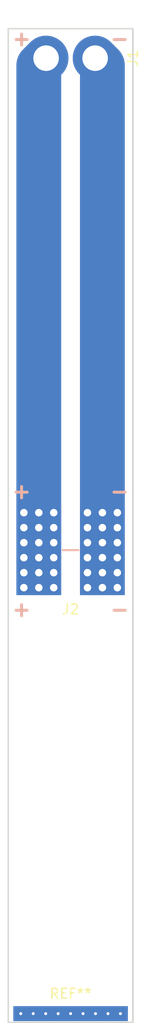
<source format=kicad_pcb>
(kicad_pcb (version 4) (host pcbnew 4.0.7)

  (general
    (links 36)
    (no_connects 0)
    (area 0 0 0 0)
    (thickness 1.6)
    (drawings 23)
    (tracks 136)
    (zones 0)
    (modules 3)
    (nets 3)
  )

  (page A4)
  (layers
    (0 F.Cu signal)
    (31 B.Cu signal)
    (32 B.Adhes user)
    (33 F.Adhes user)
    (34 B.Paste user)
    (35 F.Paste user)
    (36 B.SilkS user)
    (37 F.SilkS user)
    (38 B.Mask user)
    (39 F.Mask user)
    (40 Dwgs.User user)
    (41 Cmts.User user)
    (42 Eco1.User user)
    (43 Eco2.User user)
    (44 Edge.Cuts user)
    (45 Margin user)
    (46 B.CrtYd user)
    (47 F.CrtYd user)
    (48 B.Fab user)
    (49 F.Fab user)
  )

  (setup
    (last_trace_width 4.572)
    (user_trace_width 1.524)
    (user_trace_width 4.572)
    (trace_clearance 0.2)
    (zone_clearance 0.508)
    (zone_45_only no)
    (trace_min 0.2)
    (segment_width 0.2)
    (edge_width 0.15)
    (via_size 0.6)
    (via_drill 0.3)
    (via_min_size 0.4)
    (via_min_drill 0.3)
    (uvia_size 0.3)
    (uvia_drill 0.1)
    (uvias_allowed no)
    (uvia_min_size 0.2)
    (uvia_min_drill 0.1)
    (pcb_text_width 0.3)
    (pcb_text_size 1.5 1.5)
    (mod_edge_width 0.15)
    (mod_text_size 1 1)
    (mod_text_width 0.15)
    (pad_size 1.524 1.524)
    (pad_drill 0.3)
    (pad_to_mask_clearance 0.2)
    (aux_axis_origin 0 0)
    (grid_origin 100 100)
    (visible_elements FFFFFF7F)
    (pcbplotparams
      (layerselection 0x00030_80000001)
      (usegerberextensions false)
      (excludeedgelayer true)
      (linewidth 0.100000)
      (plotframeref false)
      (viasonmask false)
      (mode 1)
      (useauxorigin false)
      (hpglpennumber 1)
      (hpglpenspeed 20)
      (hpglpendiameter 15)
      (hpglpenoverlay 2)
      (psnegative false)
      (psa4output false)
      (plotreference true)
      (plotvalue true)
      (plotinvisibletext false)
      (padsonsilk false)
      (subtractmaskfromsilk false)
      (outputformat 1)
      (mirror false)
      (drillshape 1)
      (scaleselection 1)
      (outputdirectory ""))
  )

  (net 0 "")
  (net 1 GND)
  (net 2 +BATT)

  (net_class Default "This is the default net class."
    (clearance 0.2)
    (trace_width 0.25)
    (via_dia 0.6)
    (via_drill 0.3)
    (uvia_dia 0.3)
    (uvia_drill 0.1)
    (add_net +BATT)
    (add_net GND)
  )

  (module CanSat:TX30_vertical (layer F.Cu) (tedit 5AEB08BC) (tstamp 5B0677E2)
    (at 100 50 90)
    (path /5B06776B)
    (fp_text reference J1 (at 0 6.35 90) (layer F.SilkS)
      (effects (font (size 1 1) (thickness 0.15)))
    )
    (fp_text value Main_connector (at 0 -6.35 90) (layer F.Fab)
      (effects (font (size 1 1) (thickness 0.15)))
    )
    (pad 2 thru_hole circle (at 0 2.5 90) (size 4 4) (drill 2.6) (layers *.Cu *.Mask)
      (net 1 GND))
    (pad 1 thru_hole circle (at 0 -2.5 90) (size 4 4) (drill 2.6) (layers *.Cu *.Mask)
      (net 2 +BATT))
  )

  (module CanSat:battery (layer F.Cu) (tedit 5B0681F9) (tstamp 5B06780A)
    (at 100 100)
    (path /5B066E32)
    (fp_text reference J2 (at 0 6) (layer F.SilkS)
      (effects (font (size 1 1) (thickness 0.15)))
    )
    (fp_text value Battery_connector (at 0 -6.25) (layer F.Fab)
      (effects (font (size 1 1) (thickness 0.15)))
    )
    (pad 2 thru_hole rect (at 4.766 -3.81) (size 1.524 1.524) (drill 0.762) (layers *.Cu *.Mask)
      (net 1 GND))
    (pad 2 thru_hole rect (at 4.766 -2.286) (size 1.524 1.524) (drill 0.762) (layers *.Cu *.Mask)
      (net 1 GND))
    (pad 2 thru_hole rect (at 4.766 -0.762) (size 1.524 1.524) (drill 0.762) (layers *.Cu *.Mask)
      (net 1 GND))
    (pad 2 thru_hole rect (at 4.766 3.81) (size 1.524 1.524) (drill 0.762) (layers *.Cu *.Mask)
      (net 1 GND))
    (pad 2 thru_hole rect (at 4.766 2.286) (size 1.524 1.524) (drill 0.762) (layers *.Cu *.Mask)
      (net 1 GND))
    (pad 2 thru_hole rect (at 4.766 0.762) (size 1.524 1.524) (drill 0.762) (layers *.Cu *.Mask)
      (net 1 GND))
    (pad 2 thru_hole rect (at 3.242 0.762) (size 1.524 1.524) (drill 0.762) (layers *.Cu *.Mask)
      (net 1 GND))
    (pad 2 thru_hole rect (at 3.242 2.286) (size 1.524 1.524) (drill 0.762) (layers *.Cu *.Mask)
      (net 1 GND))
    (pad 2 thru_hole rect (at 3.242 3.81) (size 1.524 1.524) (drill 0.762) (layers *.Cu *.Mask)
      (net 1 GND))
    (pad 2 thru_hole rect (at 3.242 -0.762) (size 1.524 1.524) (drill 0.762) (layers *.Cu *.Mask)
      (net 1 GND))
    (pad 2 thru_hole rect (at 3.242 -2.286) (size 1.524 1.524) (drill 0.762) (layers *.Cu *.Mask)
      (net 1 GND))
    (pad 2 thru_hole rect (at 3.242 -3.81) (size 1.524 1.524) (drill 0.762) (layers *.Cu *.Mask)
      (net 1 GND))
    (pad 1 thru_hole rect (at -1.718 -0.762) (size 1.524 1.524) (drill 0.762) (layers *.Cu *.Mask)
      (net 2 +BATT))
    (pad 1 thru_hole rect (at -1.718 -2.286) (size 1.524 1.524) (drill 0.762) (layers *.Cu *.Mask)
      (net 2 +BATT))
    (pad 1 thru_hole rect (at -1.718 -3.81) (size 1.524 1.524) (drill 0.762) (layers *.Cu *.Mask)
      (net 2 +BATT))
    (pad 1 thru_hole rect (at -3.242 -3.81) (size 1.524 1.524) (drill 0.762) (layers *.Cu *.Mask)
      (net 2 +BATT))
    (pad 1 thru_hole rect (at -3.242 -2.286) (size 1.524 1.524) (drill 0.762) (layers *.Cu *.Mask)
      (net 2 +BATT))
    (pad 1 thru_hole rect (at -3.242 -0.762) (size 1.524 1.524) (drill 0.762) (layers *.Cu *.Mask)
      (net 2 +BATT))
    (pad 1 thru_hole rect (at -4.766 -0.762) (size 1.524 1.524) (drill 0.762) (layers *.Cu *.Mask)
      (net 2 +BATT))
    (pad 1 thru_hole rect (at -4.766 -2.286) (size 1.524 1.524) (drill 0.762) (layers *.Cu *.Mask)
      (net 2 +BATT))
    (pad 1 thru_hole rect (at -4.766 -3.81) (size 1.524 1.524) (drill 0.762) (layers *.Cu *.Mask)
      (net 2 +BATT))
    (pad 1 thru_hole rect (at -4.766 0.762) (size 1.524 1.524) (drill 0.762) (layers *.Cu *.Mask)
      (net 2 +BATT))
    (pad 1 thru_hole rect (at -4.766 2.286) (size 1.524 1.524) (drill 0.762) (layers *.Cu *.Mask)
      (net 2 +BATT))
    (pad 1 thru_hole rect (at -4.766 3.81) (size 1.524 1.524) (drill 0.762) (layers *.Cu *.Mask)
      (net 2 +BATT))
    (pad 1 thru_hole rect (at -3.242 3.81) (size 1.524 1.524) (drill 0.762) (layers *.Cu *.Mask)
      (net 2 +BATT))
    (pad 1 thru_hole rect (at -3.242 2.286) (size 1.524 1.524) (drill 0.762) (layers *.Cu *.Mask)
      (net 2 +BATT))
    (pad 1 thru_hole rect (at -3.242 0.762) (size 1.524 1.524) (drill 0.762) (layers *.Cu *.Mask)
      (net 2 +BATT))
    (pad 2 thru_hole rect (at 1.718 -3.81) (size 1.524 1.524) (drill 0.762) (layers *.Cu *.Mask)
      (net 1 GND))
    (pad 2 thru_hole rect (at 1.718 -2.286) (size 1.524 1.524) (drill 0.762) (layers *.Cu *.Mask)
      (net 1 GND))
    (pad 2 thru_hole rect (at 1.718 -0.762) (size 1.524 1.524) (drill 0.762) (layers *.Cu *.Mask)
      (net 1 GND))
    (pad 2 thru_hole rect (at 1.718 3.81) (size 1.524 1.524) (drill 0.762) (layers *.Cu *.Mask)
      (net 1 GND))
    (pad 2 thru_hole rect (at 1.718 2.286) (size 1.524 1.524) (drill 0.762) (layers *.Cu *.Mask)
      (net 1 GND))
    (pad 1 thru_hole rect (at -1.718 0.762) (size 1.524 1.524) (drill 0.762) (layers *.Cu *.Mask)
      (net 2 +BATT))
    (pad 1 thru_hole rect (at -1.718 2.286) (size 1.524 1.524) (drill 0.762) (layers *.Cu *.Mask)
      (net 2 +BATT))
    (pad 1 thru_hole rect (at -1.718 3.81) (size 1.524 1.524) (drill 0.762) (layers *.Cu *.Mask)
      (net 2 +BATT))
    (pad 2 thru_hole rect (at 1.718 0.762) (size 1.524 1.524) (drill 0.762) (layers *.Cu *.Mask)
      (net 1 GND))
  )

  (module CanSat:batt_pcb_axel (layer F.Cu) (tedit 5B067627) (tstamp 5B068385)
    (at 100 147.1)
    (fp_text reference REF** (at 0 -2.032) (layer F.SilkS)
      (effects (font (size 1 1) (thickness 0.15)))
    )
    (fp_text value batt_pcb_axel (at 0 -3.81) (layer F.Fab)
      (effects (font (size 1 1) (thickness 0.15)))
    )
    (pad "" thru_hole rect (at -5.08 0) (size 1.524 1.524) (drill 0.3) (layers *.Cu *.Mask))
    (pad "" thru_hole rect (at -2.54 0) (size 1.524 1.524) (drill 0.3) (layers *.Cu *.Mask))
    (pad "" thru_hole rect (at -3.81 0) (size 1.524 1.524) (drill 0.3) (layers *.Cu *.Mask))
    (pad "" thru_hole rect (at -1.27 0) (size 1.524 1.524) (drill 0.3) (layers *.Cu *.Mask))
    (pad "" thru_hole rect (at 5.08 0) (size 1.524 1.524) (drill 0.3) (layers *.Cu *.Mask))
    (pad "" thru_hole rect (at 2.54 0) (size 1.524 1.524) (drill 0.3) (layers *.Cu *.Mask))
    (pad "" thru_hole rect (at 3.81 0) (size 1.524 1.524) (drill 0.3) (layers *.Cu *.Mask))
    (pad "" thru_hole rect (at 1.27 0) (size 1.524 1.524) (drill 0.3) (layers *.Cu *.Mask))
    (pad "" thru_hole rect (at 0 0) (size 1.524 1.524) (drill 0.3) (layers *.Cu *.Mask))
  )

  (gr_line (start 99.2 100) (end 100.8 100) (angle 90) (layer B.SilkS) (width 0.2))
  (gr_text - (at 105 106) (layer B.SilkS)
    (effects (font (size 1.5 1.5) (thickness 0.3)) (justify mirror))
  )
  (gr_text - (at 105 94) (layer B.SilkS)
    (effects (font (size 1.5 1.5) (thickness 0.3)) (justify mirror))
  )
  (gr_text - (at 105 94) (layer F.SilkS)
    (effects (font (size 1.5 1.5) (thickness 0.3)))
  )
  (gr_text - (at 105 106) (layer F.SilkS)
    (effects (font (size 1.5 1.5) (thickness 0.3)))
  )
  (gr_text + (at 95 94) (layer F.SilkS)
    (effects (font (size 1.5 1.5) (thickness 0.3)))
  )
  (gr_text + (at 95 106) (layer F.SilkS)
    (effects (font (size 1.5 1.5) (thickness 0.3)))
  )
  (gr_text + (at 95 106) (layer B.SilkS)
    (effects (font (size 1.5 1.5) (thickness 0.3)) (justify mirror))
  )
  (gr_text + (at 95 94) (layer B.SilkS)
    (effects (font (size 1.5 1.5) (thickness 0.3)) (justify mirror))
  )
  (gr_text + (at 95 48) (layer B.SilkS)
    (effects (font (size 1.5 1.5) (thickness 0.3)) (justify mirror))
  )
  (gr_text - (at 105 48) (layer B.SilkS)
    (effects (font (size 1.5 1.5) (thickness 0.3)) (justify mirror))
  )
  (gr_text - (at 105 48) (layer F.SilkS)
    (effects (font (size 1.5 1.5) (thickness 0.3)))
  )
  (gr_text + (at 95 48) (layer F.SilkS)
    (effects (font (size 1.5 1.5) (thickness 0.3)))
  )
  (gr_line (start 93.65 47) (end 106.35 47) (angle 90) (layer Edge.Cuts) (width 0.15))
  (gr_line (start 93.65 58.65) (end 93.65 47) (angle 90) (layer Edge.Cuts) (width 0.15))
  (gr_line (start 106.35 50) (end 106.35 47) (angle 90) (layer Edge.Cuts) (width 0.15))
  (gr_line (start 106.35 58.55) (end 106.35 50) (angle 90) (layer Edge.Cuts) (width 0.15))
  (gr_line (start 106.35 148) (end 106.35 100.05) (angle 90) (layer Edge.Cuts) (width 0.15))
  (gr_line (start 93.65 148) (end 106.35 148) (angle 90) (layer Edge.Cuts) (width 0.15))
  (gr_line (start 93.65 100) (end 93.65 148) (angle 90) (layer Edge.Cuts) (width 0.15))
  (gr_line (start 106.35 100.05) (end 106.35 58.55) (angle 90) (layer Edge.Cuts) (width 0.15))
  (gr_line (start 93.65 100) (end 93.65 58.65) (angle 90) (layer Edge.Cuts) (width 0.15))
  (gr_line (start 99.2 100) (end 100.8 100) (angle 90) (layer F.SilkS) (width 0.2))

  (segment (start 103.242 102.286) (end 103.242 50.742) (width 4.572) (layer B.Cu) (net 1) (status C00000))
  (segment (start 103.242 50.742) (end 102.5 50) (width 4.572) (layer B.Cu) (net 1) (tstamp 5B068473) (status C00000))
  (segment (start 103.242 96.19) (end 103.242 50.742) (width 4.572) (layer F.Cu) (net 1) (status C00000))
  (segment (start 103.242 50.742) (end 102.5 50) (width 4.572) (layer F.Cu) (net 1) (tstamp 5B068469) (status C00000))
  (segment (start 101.718 96.19) (end 103.242 96.19) (width 1.524) (layer F.Cu) (net 1) (status C00000))
  (segment (start 103.242 96.19) (end 104.766 96.19) (width 1.524) (layer B.Cu) (net 1) (tstamp 5B068445) (status C00000))
  (segment (start 104.766 96.19) (end 104.766 97.714) (width 1.524) (layer B.Cu) (net 1) (tstamp 5B068446) (status C00000))
  (segment (start 104.766 97.714) (end 103.242 97.714) (width 1.524) (layer B.Cu) (net 1) (tstamp 5B068447) (status C00000))
  (segment (start 103.242 97.714) (end 101.718 97.714) (width 1.524) (layer B.Cu) (net 1) (tstamp 5B068448) (status C00000))
  (segment (start 101.718 97.714) (end 101.718 99.238) (width 1.524) (layer B.Cu) (net 1) (tstamp 5B068449) (status C00000))
  (segment (start 101.718 99.238) (end 103.242 99.238) (width 1.524) (layer B.Cu) (net 1) (tstamp 5B06844A) (status C00000))
  (segment (start 103.242 99.238) (end 104.766 99.238) (width 1.524) (layer B.Cu) (net 1) (tstamp 5B06844B) (status C00000))
  (segment (start 104.766 99.238) (end 104.766 100.762) (width 1.524) (layer B.Cu) (net 1) (tstamp 5B06844C) (status C00000))
  (segment (start 104.766 100.762) (end 103.242 100.762) (width 1.524) (layer B.Cu) (net 1) (tstamp 5B06844D) (status C00000))
  (segment (start 103.242 100.762) (end 101.718 100.762) (width 1.524) (layer B.Cu) (net 1) (tstamp 5B06844E) (status C00000))
  (segment (start 101.718 100.762) (end 101.718 102.286) (width 1.524) (layer B.Cu) (net 1) (tstamp 5B06844F) (status C00000))
  (segment (start 101.718 102.286) (end 103.242 102.286) (width 1.524) (layer B.Cu) (net 1) (tstamp 5B068450) (status C00000))
  (segment (start 103.242 102.286) (end 104.766 102.286) (width 1.524) (layer B.Cu) (net 1) (tstamp 5B068451) (status C00000))
  (segment (start 104.766 102.286) (end 104.766 103.81) (width 1.524) (layer B.Cu) (net 1) (tstamp 5B068452) (status C00000))
  (segment (start 104.766 103.81) (end 103.242 103.81) (width 1.524) (layer B.Cu) (net 1) (tstamp 5B068453) (status C00000))
  (segment (start 103.242 103.81) (end 101.718 103.81) (width 1.524) (layer B.Cu) (net 1) (tstamp 5B068454) (status C00000))
  (segment (start 101.718 103.81) (end 101.718 102.286) (width 1.524) (layer B.Cu) (net 1) (tstamp 5B068455) (status C00000))
  (segment (start 101.718 102.286) (end 101.718 100.762) (width 1.524) (layer B.Cu) (net 1) (tstamp 5B068456) (status C00000))
  (segment (start 101.718 100.762) (end 101.718 99.238) (width 1.524) (layer B.Cu) (net 1) (tstamp 5B068457) (status C00000))
  (segment (start 101.718 99.238) (end 101.718 97.714) (width 1.524) (layer B.Cu) (net 1) (tstamp 5B068458) (status C00000))
  (segment (start 101.718 97.714) (end 101.718 96.19) (width 1.524) (layer B.Cu) (net 1) (tstamp 5B068459) (status C00000))
  (segment (start 101.718 96.19) (end 104.766 96.19) (width 1.524) (layer B.Cu) (net 1) (tstamp 5B06845A) (status C00000))
  (segment (start 104.766 96.19) (end 104.766 97.714) (width 1.524) (layer B.Cu) (net 1) (tstamp 5B06845B) (status C00000))
  (segment (start 104.766 97.714) (end 104.766 99.238) (width 1.524) (layer B.Cu) (net 1) (tstamp 5B06845C) (status C00000))
  (segment (start 104.766 99.238) (end 104.766 100.762) (width 1.524) (layer B.Cu) (net 1) (tstamp 5B06845D) (status C00000))
  (segment (start 104.766 100.762) (end 104.766 102.286) (width 1.524) (layer B.Cu) (net 1) (tstamp 5B06845E) (status C00000))
  (segment (start 104.766 102.286) (end 104.766 103.81) (width 1.524) (layer B.Cu) (net 1) (tstamp 5B06845F) (status C00000))
  (segment (start 101.718 96.19) (end 101.718 97.714) (width 1.524) (layer F.Cu) (net 1) (status C00000))
  (segment (start 101.718 97.714) (end 101.718 99.238) (width 1.524) (layer F.Cu) (net 1) (tstamp 5B068433) (status C00000))
  (segment (start 101.718 99.238) (end 101.718 100.762) (width 1.524) (layer F.Cu) (net 1) (tstamp 5B068434) (status C00000))
  (segment (start 101.718 100.762) (end 101.718 102.286) (width 1.524) (layer F.Cu) (net 1) (tstamp 5B068435) (status C00000))
  (segment (start 101.718 102.286) (end 101.718 103.81) (width 1.524) (layer F.Cu) (net 1) (tstamp 5B068436) (status C00000))
  (segment (start 101.718 103.81) (end 103.242 103.81) (width 1.524) (layer F.Cu) (net 1) (tstamp 5B068437) (status C00000))
  (segment (start 103.242 103.81) (end 103.242 102.286) (width 1.524) (layer F.Cu) (net 1) (tstamp 5B068438) (status C00000))
  (segment (start 103.242 102.286) (end 103.242 100.762) (width 1.524) (layer F.Cu) (net 1) (tstamp 5B068439) (status C00000))
  (segment (start 103.242 100.762) (end 103.242 99.238) (width 1.524) (layer F.Cu) (net 1) (tstamp 5B06843A) (status C00000))
  (segment (start 103.242 99.238) (end 103.242 97.714) (width 1.524) (layer F.Cu) (net 1) (tstamp 5B06843B) (status C00000))
  (segment (start 103.242 97.714) (end 103.242 96.19) (width 1.524) (layer F.Cu) (net 1) (tstamp 5B06843C) (status C00000))
  (segment (start 103.242 96.19) (end 104.766 96.19) (width 1.524) (layer F.Cu) (net 1) (tstamp 5B06843D) (status C00000))
  (segment (start 104.766 96.19) (end 104.766 97.714) (width 1.524) (layer F.Cu) (net 1) (tstamp 5B06843E) (status C00000))
  (segment (start 104.766 97.714) (end 104.766 99.238) (width 1.524) (layer F.Cu) (net 1) (tstamp 5B06843F) (status C00000))
  (segment (start 104.766 99.238) (end 104.766 100.762) (width 1.524) (layer F.Cu) (net 1) (tstamp 5B068440) (status C00000))
  (segment (start 104.766 100.762) (end 104.766 102.286) (width 1.524) (layer F.Cu) (net 1) (tstamp 5B068441) (status C00000))
  (segment (start 104.766 102.286) (end 104.766 103.81) (width 1.524) (layer F.Cu) (net 1) (tstamp 5B068442) (status C00000))
  (segment (start 101.718 103.81) (end 103.242 103.81) (width 1.524) (layer F.Cu) (net 1) (status C00000))
  (segment (start 103.242 103.81) (end 104.766 103.81) (width 1.524) (layer F.Cu) (net 1) (tstamp 5B068421) (status C00000))
  (segment (start 104.766 103.81) (end 104.766 102.286) (width 1.524) (layer F.Cu) (net 1) (tstamp 5B068422) (status C00000))
  (segment (start 104.766 102.286) (end 103.242 102.286) (width 1.524) (layer F.Cu) (net 1) (tstamp 5B068423) (status C00000))
  (segment (start 103.242 102.286) (end 101.718 102.286) (width 1.524) (layer F.Cu) (net 1) (tstamp 5B068424) (status C00000))
  (segment (start 101.718 102.286) (end 101.718 100.762) (width 1.524) (layer F.Cu) (net 1) (tstamp 5B068425) (status C00000))
  (segment (start 101.718 100.762) (end 103.242 100.762) (width 1.524) (layer F.Cu) (net 1) (tstamp 5B068426) (status C00000))
  (segment (start 103.242 100.762) (end 104.766 100.762) (width 1.524) (layer F.Cu) (net 1) (tstamp 5B068427) (status C00000))
  (segment (start 104.766 100.762) (end 104.766 99.238) (width 1.524) (layer F.Cu) (net 1) (tstamp 5B068428) (status C00000))
  (segment (start 104.766 99.238) (end 103.242 99.238) (width 1.524) (layer F.Cu) (net 1) (tstamp 5B068429) (status C00000))
  (segment (start 103.242 99.238) (end 101.718 99.238) (width 1.524) (layer F.Cu) (net 1) (tstamp 5B06842A) (status C00000))
  (segment (start 101.718 99.238) (end 101.718 97.714) (width 1.524) (layer F.Cu) (net 1) (tstamp 5B06842B) (status C00000))
  (segment (start 101.718 97.714) (end 103.242 97.714) (width 1.524) (layer F.Cu) (net 1) (tstamp 5B06842C) (status C00000))
  (segment (start 103.242 97.714) (end 104.766 97.714) (width 1.524) (layer F.Cu) (net 1) (tstamp 5B06842D) (status C00000))
  (segment (start 104.766 97.714) (end 104.766 96.19) (width 1.524) (layer F.Cu) (net 1) (tstamp 5B06842E) (status C00000))
  (segment (start 104.766 96.19) (end 103.242 96.19) (width 1.524) (layer F.Cu) (net 1) (tstamp 5B06842F) (status C00000))
  (segment (start 96.758 99.238) (end 96.758 50.742) (width 4.572) (layer F.Cu) (net 2) (status C00000))
  (segment (start 96.758 50.742) (end 97.5 50) (width 4.572) (layer F.Cu) (net 2) (tstamp 5B068476) (status C00000))
  (segment (start 96.758 102.286) (end 96.758 50.742) (width 4.572) (layer B.Cu) (net 2) (status C00000))
  (segment (start 96.758 50.742) (end 97.5 50) (width 4.572) (layer B.Cu) (net 2) (tstamp 5B068470) (status C00000))
  (segment (start 96.758 50.742) (end 97.5 50) (width 4.572) (layer F.Cu) (net 2) (tstamp 5B06846D) (status C00000))
  (segment (start 95.234 103.81) (end 95.234 102.286) (width 1.524) (layer B.Cu) (net 2) (status C00000))
  (segment (start 95.234 102.286) (end 95.234 100.762) (width 1.524) (layer F.Cu) (net 2) (tstamp 5B06840D) (status C00000))
  (segment (start 95.234 100.762) (end 95.234 99.238) (width 1.524) (layer F.Cu) (net 2) (tstamp 5B06840E) (status C00000))
  (segment (start 95.234 99.238) (end 95.234 97.714) (width 1.524) (layer F.Cu) (net 2) (tstamp 5B06840F) (status C00000))
  (segment (start 95.234 97.714) (end 95.234 96.19) (width 1.524) (layer F.Cu) (net 2) (tstamp 5B068410) (status C00000))
  (segment (start 95.234 96.19) (end 96.758 96.19) (width 1.524) (layer F.Cu) (net 2) (tstamp 5B068411) (status C00000))
  (segment (start 96.758 96.19) (end 96.758 97.714) (width 1.524) (layer F.Cu) (net 2) (tstamp 5B068412) (status C00000))
  (segment (start 96.758 97.714) (end 96.758 99.238) (width 1.524) (layer F.Cu) (net 2) (tstamp 5B068413) (status C00000))
  (segment (start 96.758 99.238) (end 96.758 100.762) (width 1.524) (layer F.Cu) (net 2) (tstamp 5B068414) (status C00000))
  (segment (start 96.758 100.762) (end 96.758 102.286) (width 1.524) (layer F.Cu) (net 2) (tstamp 5B068415) (status C00000))
  (segment (start 96.758 102.286) (end 96.758 103.81) (width 1.524) (layer F.Cu) (net 2) (tstamp 5B068416) (status C00000))
  (segment (start 96.758 103.81) (end 98.282 103.81) (width 1.524) (layer F.Cu) (net 2) (tstamp 5B068417) (status C00000))
  (segment (start 98.282 103.81) (end 98.282 102.286) (width 1.524) (layer F.Cu) (net 2) (tstamp 5B068418) (status C00000))
  (segment (start 98.282 102.286) (end 98.282 100.762) (width 1.524) (layer F.Cu) (net 2) (tstamp 5B068419) (status C00000))
  (segment (start 98.282 100.762) (end 98.282 99.238) (width 1.524) (layer F.Cu) (net 2) (tstamp 5B06841A) (status C00000))
  (segment (start 98.282 99.238) (end 98.282 97.714) (width 1.524) (layer F.Cu) (net 2) (tstamp 5B06841B) (status C00000))
  (segment (start 98.282 97.714) (end 98.282 96.19) (width 1.524) (layer F.Cu) (net 2) (tstamp 5B06841C) (status C00000))
  (segment (start 95.234 96.19) (end 96.758 96.19) (width 1.524) (layer B.Cu) (net 2) (status C00000))
  (segment (start 96.758 96.19) (end 98.282 96.19) (width 1.524) (layer F.Cu) (net 2) (tstamp 5B0683F9) (status C00000))
  (segment (start 98.282 96.19) (end 98.282 97.714) (width 1.524) (layer F.Cu) (net 2) (tstamp 5B0683FA) (status C00000))
  (segment (start 98.282 97.714) (end 96.758 97.714) (width 1.524) (layer F.Cu) (net 2) (tstamp 5B0683FB) (status C00000))
  (segment (start 96.758 97.714) (end 95.234 97.714) (width 1.524) (layer F.Cu) (net 2) (tstamp 5B0683FC) (status C00000))
  (segment (start 95.234 97.714) (end 95.234 99.238) (width 1.524) (layer F.Cu) (net 2) (tstamp 5B0683FD) (status C00000))
  (segment (start 95.234 99.238) (end 96.758 99.238) (width 1.524) (layer F.Cu) (net 2) (tstamp 5B0683FE) (status C00000))
  (segment (start 96.758 99.238) (end 98.282 99.238) (width 1.524) (layer F.Cu) (net 2) (tstamp 5B0683FF) (status C00000))
  (segment (start 98.282 99.238) (end 98.282 100.762) (width 1.524) (layer F.Cu) (net 2) (tstamp 5B068400) (status C00000))
  (segment (start 98.282 100.762) (end 96.758 100.762) (width 1.524) (layer F.Cu) (net 2) (tstamp 5B068401) (status C00000))
  (segment (start 96.758 100.762) (end 95.234 100.762) (width 1.524) (layer F.Cu) (net 2) (tstamp 5B068402) (status C00000))
  (segment (start 95.234 100.762) (end 95.234 102.286) (width 1.524) (layer F.Cu) (net 2) (tstamp 5B068403) (status C00000))
  (segment (start 95.234 102.286) (end 96.758 102.286) (width 1.524) (layer F.Cu) (net 2) (tstamp 5B068404) (status C00000))
  (segment (start 96.758 102.286) (end 98.282 102.286) (width 1.524) (layer F.Cu) (net 2) (tstamp 5B068405) (status C00000))
  (segment (start 98.282 102.286) (end 98.282 103.81) (width 1.524) (layer F.Cu) (net 2) (tstamp 5B068406) (status C00000))
  (segment (start 98.282 103.81) (end 96.758 103.81) (width 1.524) (layer F.Cu) (net 2) (tstamp 5B068407) (status C00000))
  (segment (start 96.758 103.81) (end 95.234 103.81) (width 1.524) (layer F.Cu) (net 2) (tstamp 5B068408) (status C00000))
  (segment (start 95.234 100.762) (end 98.282 100.762) (width 1.524) (layer B.Cu) (net 2) (status C00000))
  (segment (start 98.282 100.762) (end 96.758 99.238) (width 1.524) (layer B.Cu) (net 2) (tstamp 5B0683ED) (status C00000))
  (segment (start 96.758 99.238) (end 98.282 99.238) (width 1.524) (layer B.Cu) (net 2) (tstamp 5B0683EE) (status C00000))
  (segment (start 98.282 99.238) (end 95.234 99.238) (width 1.524) (layer B.Cu) (net 2) (tstamp 5B0683EF) (status C00000))
  (segment (start 95.234 99.238) (end 98.282 99.238) (width 1.524) (layer B.Cu) (net 2) (tstamp 5B0683F0) (status C00000))
  (segment (start 98.282 99.238) (end 98.282 97.714) (width 1.524) (layer B.Cu) (net 2) (tstamp 5B0683F1) (status C00000))
  (segment (start 98.282 97.714) (end 95.234 97.714) (width 1.524) (layer B.Cu) (net 2) (tstamp 5B0683F2) (status C00000))
  (segment (start 95.234 97.714) (end 96.758 96.19) (width 1.524) (layer B.Cu) (net 2) (tstamp 5B0683F3) (status C00000))
  (segment (start 96.758 96.19) (end 96.758 97.714) (width 1.524) (layer B.Cu) (net 2) (tstamp 5B0683F4) (status C00000))
  (segment (start 96.758 97.714) (end 98.282 99.238) (width 1.524) (layer B.Cu) (net 2) (tstamp 5B0683F5) (status C00000))
  (segment (start 98.282 99.238) (end 95.234 99.238) (width 1.524) (layer B.Cu) (net 2) (tstamp 5B0683F6) (status C00000))
  (segment (start 95.234 96.19) (end 95.234 97.714) (width 1.524) (layer B.Cu) (net 2) (status C00000))
  (segment (start 95.234 97.714) (end 95.234 99.238) (width 1.524) (layer B.Cu) (net 2) (tstamp 5B0683D5) (status C00000))
  (segment (start 95.234 99.238) (end 95.234 100.762) (width 1.524) (layer B.Cu) (net 2) (tstamp 5B0683D6) (status C00000))
  (segment (start 95.234 100.762) (end 95.234 102.286) (width 1.524) (layer B.Cu) (net 2) (tstamp 5B0683D7) (status C00000))
  (segment (start 95.234 103.81) (end 96.758 103.81) (width 1.524) (layer B.Cu) (net 2) (tstamp 5B0683D9) (status C00000))
  (segment (start 96.758 103.81) (end 98.282 103.81) (width 1.524) (layer B.Cu) (net 2) (tstamp 5B0683DA) (status C00000))
  (segment (start 98.282 103.81) (end 98.282 102.286) (width 1.524) (layer B.Cu) (net 2) (tstamp 5B0683DB) (status C00000))
  (segment (start 98.282 102.286) (end 98.282 100.762) (width 1.524) (layer B.Cu) (net 2) (tstamp 5B0683DC) (status C00000))
  (segment (start 98.282 100.762) (end 98.282 99.238) (width 1.524) (layer B.Cu) (net 2) (tstamp 5B0683DD) (status C00000))
  (segment (start 98.282 99.238) (end 98.282 97.714) (width 1.524) (layer B.Cu) (net 2) (tstamp 5B0683DE) (status C00000))
  (segment (start 98.282 97.714) (end 98.282 96.19) (width 1.524) (layer B.Cu) (net 2) (tstamp 5B0683DF) (status C00000))
  (segment (start 98.282 96.19) (end 96.758 96.19) (width 1.524) (layer B.Cu) (net 2) (tstamp 5B0683E0) (status C00000))
  (segment (start 95.234 96.19) (end 96.758 97.714) (width 1.524) (layer B.Cu) (net 2) (tstamp 5B0683E2) (status C00000))
  (segment (start 96.758 97.714) (end 96.758 99.238) (width 1.524) (layer B.Cu) (net 2) (tstamp 5B0683E3) (status C00000))
  (segment (start 96.758 99.238) (end 96.758 100.762) (width 1.524) (layer B.Cu) (net 2) (tstamp 5B0683E4) (status C00000))
  (segment (start 96.758 100.762) (end 96.758 102.286) (width 1.524) (layer B.Cu) (net 2) (tstamp 5B0683E5) (status C00000))
  (segment (start 96.758 102.286) (end 95.234 102.286) (width 1.524) (layer B.Cu) (net 2) (tstamp 5B0683E6) (status C00000))
  (segment (start 95.234 102.286) (end 96.758 103.81) (width 1.524) (layer B.Cu) (net 2) (tstamp 5B0683E7) (status C00000))
  (segment (start 96.758 103.81) (end 98.282 102.286) (width 1.524) (layer B.Cu) (net 2) (tstamp 5B0683E8) (status C00000))
  (segment (start 98.282 102.286) (end 96.758 100.762) (width 1.524) (layer B.Cu) (net 2) (tstamp 5B0683E9) (status C00000))
  (segment (start 96.758 100.762) (end 95.234 100.762) (width 1.524) (layer B.Cu) (net 2) (tstamp 5B0683EA) (status C00000))

)

</source>
